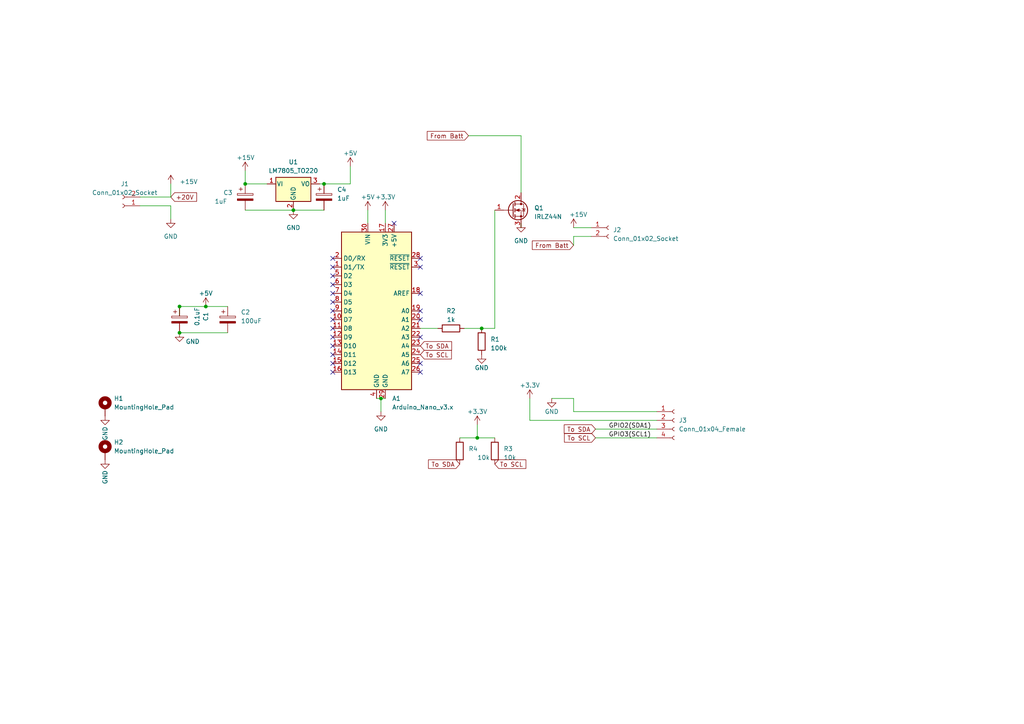
<source format=kicad_sch>
(kicad_sch (version 20230121) (generator eeschema)

  (uuid be6c10f9-d207-41c9-b2f3-686e98b3f49b)

  (paper "A4")

  (lib_symbols
    (symbol "Connector:Conn_01x02_Socket" (pin_names (offset 1.016) hide) (in_bom yes) (on_board yes)
      (property "Reference" "J" (at 0 2.54 0)
        (effects (font (size 1.27 1.27)))
      )
      (property "Value" "Conn_01x02_Socket" (at 0 -5.08 0)
        (effects (font (size 1.27 1.27)))
      )
      (property "Footprint" "" (at 0 0 0)
        (effects (font (size 1.27 1.27)) hide)
      )
      (property "Datasheet" "~" (at 0 0 0)
        (effects (font (size 1.27 1.27)) hide)
      )
      (property "ki_locked" "" (at 0 0 0)
        (effects (font (size 1.27 1.27)))
      )
      (property "ki_keywords" "connector" (at 0 0 0)
        (effects (font (size 1.27 1.27)) hide)
      )
      (property "ki_description" "Generic connector, single row, 01x02, script generated" (at 0 0 0)
        (effects (font (size 1.27 1.27)) hide)
      )
      (property "ki_fp_filters" "Connector*:*_1x??_*" (at 0 0 0)
        (effects (font (size 1.27 1.27)) hide)
      )
      (symbol "Conn_01x02_Socket_1_1"
        (arc (start 0 -2.032) (mid -0.5058 -2.54) (end 0 -3.048)
          (stroke (width 0.1524) (type default))
          (fill (type none))
        )
        (polyline
          (pts
            (xy -1.27 -2.54)
            (xy -0.508 -2.54)
          )
          (stroke (width 0.1524) (type default))
          (fill (type none))
        )
        (polyline
          (pts
            (xy -1.27 0)
            (xy -0.508 0)
          )
          (stroke (width 0.1524) (type default))
          (fill (type none))
        )
        (arc (start 0 0.508) (mid -0.5058 0) (end 0 -0.508)
          (stroke (width 0.1524) (type default))
          (fill (type none))
        )
        (pin passive line (at -5.08 0 0) (length 3.81)
          (name "Pin_1" (effects (font (size 1.27 1.27))))
          (number "1" (effects (font (size 1.27 1.27))))
        )
        (pin passive line (at -5.08 -2.54 0) (length 3.81)
          (name "Pin_2" (effects (font (size 1.27 1.27))))
          (number "2" (effects (font (size 1.27 1.27))))
        )
      )
    )
    (symbol "Connector:Conn_01x04_Female" (pin_names (offset 1.016) hide) (in_bom yes) (on_board yes)
      (property "Reference" "J" (at 0 5.08 0)
        (effects (font (size 1.27 1.27)))
      )
      (property "Value" "Conn_01x04_Female" (at 0 -7.62 0)
        (effects (font (size 1.27 1.27)))
      )
      (property "Footprint" "" (at 0 0 0)
        (effects (font (size 1.27 1.27)) hide)
      )
      (property "Datasheet" "~" (at 0 0 0)
        (effects (font (size 1.27 1.27)) hide)
      )
      (property "ki_keywords" "connector" (at 0 0 0)
        (effects (font (size 1.27 1.27)) hide)
      )
      (property "ki_description" "Generic connector, single row, 01x04, script generated (kicad-library-utils/schlib/autogen/connector/)" (at 0 0 0)
        (effects (font (size 1.27 1.27)) hide)
      )
      (property "ki_fp_filters" "Connector*:*_1x??_*" (at 0 0 0)
        (effects (font (size 1.27 1.27)) hide)
      )
      (symbol "Conn_01x04_Female_1_1"
        (arc (start 0 -4.572) (mid -0.5058 -5.08) (end 0 -5.588)
          (stroke (width 0.1524) (type default))
          (fill (type none))
        )
        (arc (start 0 -2.032) (mid -0.5058 -2.54) (end 0 -3.048)
          (stroke (width 0.1524) (type default))
          (fill (type none))
        )
        (polyline
          (pts
            (xy -1.27 -5.08)
            (xy -0.508 -5.08)
          )
          (stroke (width 0.1524) (type default))
          (fill (type none))
        )
        (polyline
          (pts
            (xy -1.27 -2.54)
            (xy -0.508 -2.54)
          )
          (stroke (width 0.1524) (type default))
          (fill (type none))
        )
        (polyline
          (pts
            (xy -1.27 0)
            (xy -0.508 0)
          )
          (stroke (width 0.1524) (type default))
          (fill (type none))
        )
        (polyline
          (pts
            (xy -1.27 2.54)
            (xy -0.508 2.54)
          )
          (stroke (width 0.1524) (type default))
          (fill (type none))
        )
        (arc (start 0 0.508) (mid -0.5058 0) (end 0 -0.508)
          (stroke (width 0.1524) (type default))
          (fill (type none))
        )
        (arc (start 0 3.048) (mid -0.5058 2.54) (end 0 2.032)
          (stroke (width 0.1524) (type default))
          (fill (type none))
        )
        (pin passive line (at -5.08 2.54 0) (length 3.81)
          (name "Pin_1" (effects (font (size 1.27 1.27))))
          (number "1" (effects (font (size 1.27 1.27))))
        )
        (pin passive line (at -5.08 0 0) (length 3.81)
          (name "Pin_2" (effects (font (size 1.27 1.27))))
          (number "2" (effects (font (size 1.27 1.27))))
        )
        (pin passive line (at -5.08 -2.54 0) (length 3.81)
          (name "Pin_3" (effects (font (size 1.27 1.27))))
          (number "3" (effects (font (size 1.27 1.27))))
        )
        (pin passive line (at -5.08 -5.08 0) (length 3.81)
          (name "Pin_4" (effects (font (size 1.27 1.27))))
          (number "4" (effects (font (size 1.27 1.27))))
        )
      )
    )
    (symbol "Device:C_Polarized" (pin_numbers hide) (pin_names (offset 0.254)) (in_bom yes) (on_board yes)
      (property "Reference" "C" (at 0.635 2.54 0)
        (effects (font (size 1.27 1.27)) (justify left))
      )
      (property "Value" "C_Polarized" (at 0.635 -2.54 0)
        (effects (font (size 1.27 1.27)) (justify left))
      )
      (property "Footprint" "" (at 0.9652 -3.81 0)
        (effects (font (size 1.27 1.27)) hide)
      )
      (property "Datasheet" "~" (at 0 0 0)
        (effects (font (size 1.27 1.27)) hide)
      )
      (property "ki_keywords" "cap capacitor" (at 0 0 0)
        (effects (font (size 1.27 1.27)) hide)
      )
      (property "ki_description" "Polarized capacitor" (at 0 0 0)
        (effects (font (size 1.27 1.27)) hide)
      )
      (property "ki_fp_filters" "CP_*" (at 0 0 0)
        (effects (font (size 1.27 1.27)) hide)
      )
      (symbol "C_Polarized_0_1"
        (rectangle (start -2.286 0.508) (end 2.286 1.016)
          (stroke (width 0) (type default))
          (fill (type none))
        )
        (polyline
          (pts
            (xy -1.778 2.286)
            (xy -0.762 2.286)
          )
          (stroke (width 0) (type default))
          (fill (type none))
        )
        (polyline
          (pts
            (xy -1.27 2.794)
            (xy -1.27 1.778)
          )
          (stroke (width 0) (type default))
          (fill (type none))
        )
        (rectangle (start 2.286 -0.508) (end -2.286 -1.016)
          (stroke (width 0) (type default))
          (fill (type outline))
        )
      )
      (symbol "C_Polarized_1_1"
        (pin passive line (at 0 3.81 270) (length 2.794)
          (name "~" (effects (font (size 1.27 1.27))))
          (number "1" (effects (font (size 1.27 1.27))))
        )
        (pin passive line (at 0 -3.81 90) (length 2.794)
          (name "~" (effects (font (size 1.27 1.27))))
          (number "2" (effects (font (size 1.27 1.27))))
        )
      )
    )
    (symbol "Device:R" (pin_numbers hide) (pin_names (offset 0)) (in_bom yes) (on_board yes)
      (property "Reference" "R" (at 2.032 0 90)
        (effects (font (size 1.27 1.27)))
      )
      (property "Value" "R" (at 0 0 90)
        (effects (font (size 1.27 1.27)))
      )
      (property "Footprint" "" (at -1.778 0 90)
        (effects (font (size 1.27 1.27)) hide)
      )
      (property "Datasheet" "~" (at 0 0 0)
        (effects (font (size 1.27 1.27)) hide)
      )
      (property "ki_keywords" "R res resistor" (at 0 0 0)
        (effects (font (size 1.27 1.27)) hide)
      )
      (property "ki_description" "Resistor" (at 0 0 0)
        (effects (font (size 1.27 1.27)) hide)
      )
      (property "ki_fp_filters" "R_*" (at 0 0 0)
        (effects (font (size 1.27 1.27)) hide)
      )
      (symbol "R_0_1"
        (rectangle (start -1.016 -2.54) (end 1.016 2.54)
          (stroke (width 0.254) (type default))
          (fill (type none))
        )
      )
      (symbol "R_1_1"
        (pin passive line (at 0 3.81 270) (length 1.27)
          (name "~" (effects (font (size 1.27 1.27))))
          (number "1" (effects (font (size 1.27 1.27))))
        )
        (pin passive line (at 0 -3.81 90) (length 1.27)
          (name "~" (effects (font (size 1.27 1.27))))
          (number "2" (effects (font (size 1.27 1.27))))
        )
      )
    )
    (symbol "MCU_Module:Arduino_Nano_v3.x" (in_bom yes) (on_board yes)
      (property "Reference" "A" (at -10.16 23.495 0)
        (effects (font (size 1.27 1.27)) (justify left bottom))
      )
      (property "Value" "Arduino_Nano_v3.x" (at 5.08 -24.13 0)
        (effects (font (size 1.27 1.27)) (justify left top))
      )
      (property "Footprint" "Module:Arduino_Nano" (at 0 0 0)
        (effects (font (size 1.27 1.27) italic) hide)
      )
      (property "Datasheet" "http://www.mouser.com/pdfdocs/Gravitech_Arduino_Nano3_0.pdf" (at 0 0 0)
        (effects (font (size 1.27 1.27)) hide)
      )
      (property "ki_keywords" "Arduino nano microcontroller module USB" (at 0 0 0)
        (effects (font (size 1.27 1.27)) hide)
      )
      (property "ki_description" "Arduino Nano v3.x" (at 0 0 0)
        (effects (font (size 1.27 1.27)) hide)
      )
      (property "ki_fp_filters" "Arduino*Nano*" (at 0 0 0)
        (effects (font (size 1.27 1.27)) hide)
      )
      (symbol "Arduino_Nano_v3.x_0_1"
        (rectangle (start -10.16 22.86) (end 10.16 -22.86)
          (stroke (width 0.254) (type default))
          (fill (type background))
        )
      )
      (symbol "Arduino_Nano_v3.x_1_1"
        (pin bidirectional line (at -12.7 12.7 0) (length 2.54)
          (name "D1/TX" (effects (font (size 1.27 1.27))))
          (number "1" (effects (font (size 1.27 1.27))))
        )
        (pin bidirectional line (at -12.7 -2.54 0) (length 2.54)
          (name "D7" (effects (font (size 1.27 1.27))))
          (number "10" (effects (font (size 1.27 1.27))))
        )
        (pin bidirectional line (at -12.7 -5.08 0) (length 2.54)
          (name "D8" (effects (font (size 1.27 1.27))))
          (number "11" (effects (font (size 1.27 1.27))))
        )
        (pin bidirectional line (at -12.7 -7.62 0) (length 2.54)
          (name "D9" (effects (font (size 1.27 1.27))))
          (number "12" (effects (font (size 1.27 1.27))))
        )
        (pin bidirectional line (at -12.7 -10.16 0) (length 2.54)
          (name "D10" (effects (font (size 1.27 1.27))))
          (number "13" (effects (font (size 1.27 1.27))))
        )
        (pin bidirectional line (at -12.7 -12.7 0) (length 2.54)
          (name "D11" (effects (font (size 1.27 1.27))))
          (number "14" (effects (font (size 1.27 1.27))))
        )
        (pin bidirectional line (at -12.7 -15.24 0) (length 2.54)
          (name "D12" (effects (font (size 1.27 1.27))))
          (number "15" (effects (font (size 1.27 1.27))))
        )
        (pin bidirectional line (at -12.7 -17.78 0) (length 2.54)
          (name "D13" (effects (font (size 1.27 1.27))))
          (number "16" (effects (font (size 1.27 1.27))))
        )
        (pin power_out line (at 2.54 25.4 270) (length 2.54)
          (name "3V3" (effects (font (size 1.27 1.27))))
          (number "17" (effects (font (size 1.27 1.27))))
        )
        (pin input line (at 12.7 5.08 180) (length 2.54)
          (name "AREF" (effects (font (size 1.27 1.27))))
          (number "18" (effects (font (size 1.27 1.27))))
        )
        (pin bidirectional line (at 12.7 0 180) (length 2.54)
          (name "A0" (effects (font (size 1.27 1.27))))
          (number "19" (effects (font (size 1.27 1.27))))
        )
        (pin bidirectional line (at -12.7 15.24 0) (length 2.54)
          (name "D0/RX" (effects (font (size 1.27 1.27))))
          (number "2" (effects (font (size 1.27 1.27))))
        )
        (pin bidirectional line (at 12.7 -2.54 180) (length 2.54)
          (name "A1" (effects (font (size 1.27 1.27))))
          (number "20" (effects (font (size 1.27 1.27))))
        )
        (pin bidirectional line (at 12.7 -5.08 180) (length 2.54)
          (name "A2" (effects (font (size 1.27 1.27))))
          (number "21" (effects (font (size 1.27 1.27))))
        )
        (pin bidirectional line (at 12.7 -7.62 180) (length 2.54)
          (name "A3" (effects (font (size 1.27 1.27))))
          (number "22" (effects (font (size 1.27 1.27))))
        )
        (pin bidirectional line (at 12.7 -10.16 180) (length 2.54)
          (name "A4" (effects (font (size 1.27 1.27))))
          (number "23" (effects (font (size 1.27 1.27))))
        )
        (pin bidirectional line (at 12.7 -12.7 180) (length 2.54)
          (name "A5" (effects (font (size 1.27 1.27))))
          (number "24" (effects (font (size 1.27 1.27))))
        )
        (pin bidirectional line (at 12.7 -15.24 180) (length 2.54)
          (name "A6" (effects (font (size 1.27 1.27))))
          (number "25" (effects (font (size 1.27 1.27))))
        )
        (pin bidirectional line (at 12.7 -17.78 180) (length 2.54)
          (name "A7" (effects (font (size 1.27 1.27))))
          (number "26" (effects (font (size 1.27 1.27))))
        )
        (pin power_out line (at 5.08 25.4 270) (length 2.54)
          (name "+5V" (effects (font (size 1.27 1.27))))
          (number "27" (effects (font (size 1.27 1.27))))
        )
        (pin input line (at 12.7 15.24 180) (length 2.54)
          (name "~{RESET}" (effects (font (size 1.27 1.27))))
          (number "28" (effects (font (size 1.27 1.27))))
        )
        (pin power_in line (at 2.54 -25.4 90) (length 2.54)
          (name "GND" (effects (font (size 1.27 1.27))))
          (number "29" (effects (font (size 1.27 1.27))))
        )
        (pin input line (at 12.7 12.7 180) (length 2.54)
          (name "~{RESET}" (effects (font (size 1.27 1.27))))
          (number "3" (effects (font (size 1.27 1.27))))
        )
        (pin power_in line (at -2.54 25.4 270) (length 2.54)
          (name "VIN" (effects (font (size 1.27 1.27))))
          (number "30" (effects (font (size 1.27 1.27))))
        )
        (pin power_in line (at 0 -25.4 90) (length 2.54)
          (name "GND" (effects (font (size 1.27 1.27))))
          (number "4" (effects (font (size 1.27 1.27))))
        )
        (pin bidirectional line (at -12.7 10.16 0) (length 2.54)
          (name "D2" (effects (font (size 1.27 1.27))))
          (number "5" (effects (font (size 1.27 1.27))))
        )
        (pin bidirectional line (at -12.7 7.62 0) (length 2.54)
          (name "D3" (effects (font (size 1.27 1.27))))
          (number "6" (effects (font (size 1.27 1.27))))
        )
        (pin bidirectional line (at -12.7 5.08 0) (length 2.54)
          (name "D4" (effects (font (size 1.27 1.27))))
          (number "7" (effects (font (size 1.27 1.27))))
        )
        (pin bidirectional line (at -12.7 2.54 0) (length 2.54)
          (name "D5" (effects (font (size 1.27 1.27))))
          (number "8" (effects (font (size 1.27 1.27))))
        )
        (pin bidirectional line (at -12.7 0 0) (length 2.54)
          (name "D6" (effects (font (size 1.27 1.27))))
          (number "9" (effects (font (size 1.27 1.27))))
        )
      )
    )
    (symbol "Mechanical:MountingHole_Pad" (pin_numbers hide) (pin_names (offset 1.016) hide) (in_bom yes) (on_board yes)
      (property "Reference" "H" (at 0 6.35 0)
        (effects (font (size 1.27 1.27)))
      )
      (property "Value" "MountingHole_Pad" (at 0 4.445 0)
        (effects (font (size 1.27 1.27)))
      )
      (property "Footprint" "" (at 0 0 0)
        (effects (font (size 1.27 1.27)) hide)
      )
      (property "Datasheet" "~" (at 0 0 0)
        (effects (font (size 1.27 1.27)) hide)
      )
      (property "ki_keywords" "mounting hole" (at 0 0 0)
        (effects (font (size 1.27 1.27)) hide)
      )
      (property "ki_description" "Mounting Hole with connection" (at 0 0 0)
        (effects (font (size 1.27 1.27)) hide)
      )
      (property "ki_fp_filters" "MountingHole*Pad*" (at 0 0 0)
        (effects (font (size 1.27 1.27)) hide)
      )
      (symbol "MountingHole_Pad_0_1"
        (circle (center 0 1.27) (radius 1.27)
          (stroke (width 1.27) (type default))
          (fill (type none))
        )
      )
      (symbol "MountingHole_Pad_1_1"
        (pin input line (at 0 -2.54 90) (length 2.54)
          (name "1" (effects (font (size 1.27 1.27))))
          (number "1" (effects (font (size 1.27 1.27))))
        )
      )
    )
    (symbol "Regulator_Linear:LM7805_TO220" (pin_names (offset 0.254)) (in_bom yes) (on_board yes)
      (property "Reference" "U" (at -3.81 3.175 0)
        (effects (font (size 1.27 1.27)))
      )
      (property "Value" "LM7805_TO220" (at 0 3.175 0)
        (effects (font (size 1.27 1.27)) (justify left))
      )
      (property "Footprint" "Package_TO_SOT_THT:TO-220-3_Vertical" (at 0 5.715 0)
        (effects (font (size 1.27 1.27) italic) hide)
      )
      (property "Datasheet" "https://www.onsemi.cn/PowerSolutions/document/MC7800-D.PDF" (at 0 -1.27 0)
        (effects (font (size 1.27 1.27)) hide)
      )
      (property "ki_keywords" "Voltage Regulator 1A Positive" (at 0 0 0)
        (effects (font (size 1.27 1.27)) hide)
      )
      (property "ki_description" "Positive 1A 35V Linear Regulator, Fixed Output 5V, TO-220" (at 0 0 0)
        (effects (font (size 1.27 1.27)) hide)
      )
      (property "ki_fp_filters" "TO?220*" (at 0 0 0)
        (effects (font (size 1.27 1.27)) hide)
      )
      (symbol "LM7805_TO220_0_1"
        (rectangle (start -5.08 1.905) (end 5.08 -5.08)
          (stroke (width 0.254) (type default))
          (fill (type background))
        )
      )
      (symbol "LM7805_TO220_1_1"
        (pin power_in line (at -7.62 0 0) (length 2.54)
          (name "VI" (effects (font (size 1.27 1.27))))
          (number "1" (effects (font (size 1.27 1.27))))
        )
        (pin power_in line (at 0 -7.62 90) (length 2.54)
          (name "GND" (effects (font (size 1.27 1.27))))
          (number "2" (effects (font (size 1.27 1.27))))
        )
        (pin power_out line (at 7.62 0 180) (length 2.54)
          (name "VO" (effects (font (size 1.27 1.27))))
          (number "3" (effects (font (size 1.27 1.27))))
        )
      )
    )
    (symbol "Transistor_FET:IRLZ44N" (pin_names hide) (in_bom yes) (on_board yes)
      (property "Reference" "Q" (at 6.35 1.905 0)
        (effects (font (size 1.27 1.27)) (justify left))
      )
      (property "Value" "IRLZ44N" (at 6.35 0 0)
        (effects (font (size 1.27 1.27)) (justify left))
      )
      (property "Footprint" "Package_TO_SOT_THT:TO-220-3_Vertical" (at 6.35 -1.905 0)
        (effects (font (size 1.27 1.27) italic) (justify left) hide)
      )
      (property "Datasheet" "http://www.irf.com/product-info/datasheets/data/irlz44n.pdf" (at 0 0 0)
        (effects (font (size 1.27 1.27)) (justify left) hide)
      )
      (property "ki_keywords" "N-Channel HEXFET MOSFET Logic-Level" (at 0 0 0)
        (effects (font (size 1.27 1.27)) hide)
      )
      (property "ki_description" "47A Id, 55V Vds, 22mOhm Rds Single N-Channel HEXFET Power MOSFET, TO-220AB" (at 0 0 0)
        (effects (font (size 1.27 1.27)) hide)
      )
      (property "ki_fp_filters" "TO?220*" (at 0 0 0)
        (effects (font (size 1.27 1.27)) hide)
      )
      (symbol "IRLZ44N_0_1"
        (polyline
          (pts
            (xy 0.254 0)
            (xy -2.54 0)
          )
          (stroke (width 0) (type default))
          (fill (type none))
        )
        (polyline
          (pts
            (xy 0.254 1.905)
            (xy 0.254 -1.905)
          )
          (stroke (width 0.254) (type default))
          (fill (type none))
        )
        (polyline
          (pts
            (xy 0.762 -1.27)
            (xy 0.762 -2.286)
          )
          (stroke (width 0.254) (type default))
          (fill (type none))
        )
        (polyline
          (pts
            (xy 0.762 0.508)
            (xy 0.762 -0.508)
          )
          (stroke (width 0.254) (type default))
          (fill (type none))
        )
        (polyline
          (pts
            (xy 0.762 2.286)
            (xy 0.762 1.27)
          )
          (stroke (width 0.254) (type default))
          (fill (type none))
        )
        (polyline
          (pts
            (xy 2.54 2.54)
            (xy 2.54 1.778)
          )
          (stroke (width 0) (type default))
          (fill (type none))
        )
        (polyline
          (pts
            (xy 2.54 -2.54)
            (xy 2.54 0)
            (xy 0.762 0)
          )
          (stroke (width 0) (type default))
          (fill (type none))
        )
        (polyline
          (pts
            (xy 0.762 -1.778)
            (xy 3.302 -1.778)
            (xy 3.302 1.778)
            (xy 0.762 1.778)
          )
          (stroke (width 0) (type default))
          (fill (type none))
        )
        (polyline
          (pts
            (xy 1.016 0)
            (xy 2.032 0.381)
            (xy 2.032 -0.381)
            (xy 1.016 0)
          )
          (stroke (width 0) (type default))
          (fill (type outline))
        )
        (polyline
          (pts
            (xy 2.794 0.508)
            (xy 2.921 0.381)
            (xy 3.683 0.381)
            (xy 3.81 0.254)
          )
          (stroke (width 0) (type default))
          (fill (type none))
        )
        (polyline
          (pts
            (xy 3.302 0.381)
            (xy 2.921 -0.254)
            (xy 3.683 -0.254)
            (xy 3.302 0.381)
          )
          (stroke (width 0) (type default))
          (fill (type none))
        )
        (circle (center 1.651 0) (radius 2.794)
          (stroke (width 0.254) (type default))
          (fill (type none))
        )
        (circle (center 2.54 -1.778) (radius 0.254)
          (stroke (width 0) (type default))
          (fill (type outline))
        )
        (circle (center 2.54 1.778) (radius 0.254)
          (stroke (width 0) (type default))
          (fill (type outline))
        )
      )
      (symbol "IRLZ44N_1_1"
        (pin input line (at -5.08 0 0) (length 2.54)
          (name "G" (effects (font (size 1.27 1.27))))
          (number "1" (effects (font (size 1.27 1.27))))
        )
        (pin passive line (at 2.54 5.08 270) (length 2.54)
          (name "D" (effects (font (size 1.27 1.27))))
          (number "2" (effects (font (size 1.27 1.27))))
        )
        (pin passive line (at 2.54 -5.08 90) (length 2.54)
          (name "S" (effects (font (size 1.27 1.27))))
          (number "3" (effects (font (size 1.27 1.27))))
        )
      )
    )
    (symbol "power:+15V" (power) (pin_names (offset 0)) (in_bom yes) (on_board yes)
      (property "Reference" "#PWR" (at 0 -3.81 0)
        (effects (font (size 1.27 1.27)) hide)
      )
      (property "Value" "+15V" (at 0 3.556 0)
        (effects (font (size 1.27 1.27)))
      )
      (property "Footprint" "" (at 0 0 0)
        (effects (font (size 1.27 1.27)) hide)
      )
      (property "Datasheet" "" (at 0 0 0)
        (effects (font (size 1.27 1.27)) hide)
      )
      (property "ki_keywords" "global power" (at 0 0 0)
        (effects (font (size 1.27 1.27)) hide)
      )
      (property "ki_description" "Power symbol creates a global label with name \"+15V\"" (at 0 0 0)
        (effects (font (size 1.27 1.27)) hide)
      )
      (symbol "+15V_0_1"
        (polyline
          (pts
            (xy -0.762 1.27)
            (xy 0 2.54)
          )
          (stroke (width 0) (type default))
          (fill (type none))
        )
        (polyline
          (pts
            (xy 0 0)
            (xy 0 2.54)
          )
          (stroke (width 0) (type default))
          (fill (type none))
        )
        (polyline
          (pts
            (xy 0 2.54)
            (xy 0.762 1.27)
          )
          (stroke (width 0) (type default))
          (fill (type none))
        )
      )
      (symbol "+15V_1_1"
        (pin power_in line (at 0 0 90) (length 0) hide
          (name "+15V" (effects (font (size 1.27 1.27))))
          (number "1" (effects (font (size 1.27 1.27))))
        )
      )
    )
    (symbol "power:+3.3V" (power) (pin_names (offset 0)) (in_bom yes) (on_board yes)
      (property "Reference" "#PWR" (at 0 -3.81 0)
        (effects (font (size 1.27 1.27)) hide)
      )
      (property "Value" "+3.3V" (at 0 3.556 0)
        (effects (font (size 1.27 1.27)))
      )
      (property "Footprint" "" (at 0 0 0)
        (effects (font (size 1.27 1.27)) hide)
      )
      (property "Datasheet" "" (at 0 0 0)
        (effects (font (size 1.27 1.27)) hide)
      )
      (property "ki_keywords" "global power" (at 0 0 0)
        (effects (font (size 1.27 1.27)) hide)
      )
      (property "ki_description" "Power symbol creates a global label with name \"+3.3V\"" (at 0 0 0)
        (effects (font (size 1.27 1.27)) hide)
      )
      (symbol "+3.3V_0_1"
        (polyline
          (pts
            (xy -0.762 1.27)
            (xy 0 2.54)
          )
          (stroke (width 0) (type default))
          (fill (type none))
        )
        (polyline
          (pts
            (xy 0 0)
            (xy 0 2.54)
          )
          (stroke (width 0) (type default))
          (fill (type none))
        )
        (polyline
          (pts
            (xy 0 2.54)
            (xy 0.762 1.27)
          )
          (stroke (width 0) (type default))
          (fill (type none))
        )
      )
      (symbol "+3.3V_1_1"
        (pin power_in line (at 0 0 90) (length 0) hide
          (name "+3.3V" (effects (font (size 1.27 1.27))))
          (number "1" (effects (font (size 1.27 1.27))))
        )
      )
    )
    (symbol "power:+5V" (power) (pin_names (offset 0)) (in_bom yes) (on_board yes)
      (property "Reference" "#PWR" (at 0 -3.81 0)
        (effects (font (size 1.27 1.27)) hide)
      )
      (property "Value" "+5V" (at 0 3.556 0)
        (effects (font (size 1.27 1.27)))
      )
      (property "Footprint" "" (at 0 0 0)
        (effects (font (size 1.27 1.27)) hide)
      )
      (property "Datasheet" "" (at 0 0 0)
        (effects (font (size 1.27 1.27)) hide)
      )
      (property "ki_keywords" "global power" (at 0 0 0)
        (effects (font (size 1.27 1.27)) hide)
      )
      (property "ki_description" "Power symbol creates a global label with name \"+5V\"" (at 0 0 0)
        (effects (font (size 1.27 1.27)) hide)
      )
      (symbol "+5V_0_1"
        (polyline
          (pts
            (xy -0.762 1.27)
            (xy 0 2.54)
          )
          (stroke (width 0) (type default))
          (fill (type none))
        )
        (polyline
          (pts
            (xy 0 0)
            (xy 0 2.54)
          )
          (stroke (width 0) (type default))
          (fill (type none))
        )
        (polyline
          (pts
            (xy 0 2.54)
            (xy 0.762 1.27)
          )
          (stroke (width 0) (type default))
          (fill (type none))
        )
      )
      (symbol "+5V_1_1"
        (pin power_in line (at 0 0 90) (length 0) hide
          (name "+5V" (effects (font (size 1.27 1.27))))
          (number "1" (effects (font (size 1.27 1.27))))
        )
      )
    )
    (symbol "power:GND" (power) (pin_names (offset 0)) (in_bom yes) (on_board yes)
      (property "Reference" "#PWR" (at 0 -6.35 0)
        (effects (font (size 1.27 1.27)) hide)
      )
      (property "Value" "GND" (at 0 -3.81 0)
        (effects (font (size 1.27 1.27)))
      )
      (property "Footprint" "" (at 0 0 0)
        (effects (font (size 1.27 1.27)) hide)
      )
      (property "Datasheet" "" (at 0 0 0)
        (effects (font (size 1.27 1.27)) hide)
      )
      (property "ki_keywords" "global power" (at 0 0 0)
        (effects (font (size 1.27 1.27)) hide)
      )
      (property "ki_description" "Power symbol creates a global label with name \"GND\" , ground" (at 0 0 0)
        (effects (font (size 1.27 1.27)) hide)
      )
      (symbol "GND_0_1"
        (polyline
          (pts
            (xy 0 0)
            (xy 0 -1.27)
            (xy 1.27 -1.27)
            (xy 0 -2.54)
            (xy -1.27 -1.27)
            (xy 0 -1.27)
          )
          (stroke (width 0) (type default))
          (fill (type none))
        )
      )
      (symbol "GND_1_1"
        (pin power_in line (at 0 0 270) (length 0) hide
          (name "GND" (effects (font (size 1.27 1.27))))
          (number "1" (effects (font (size 1.27 1.27))))
        )
      )
    )
  )

  (junction (at 138.43 127) (diameter 0) (color 0 0 0 0)
    (uuid 1d1e3077-1e2e-4869-a881-8cc882e149a4)
  )
  (junction (at 139.7 95.25) (diameter 0) (color 0 0 0 0)
    (uuid 2a1430d2-9a60-4dbf-bb60-3853850d6415)
  )
  (junction (at 52.07 88.9) (diameter 0) (color 0 0 0 0)
    (uuid 2a70e685-5bc6-4030-81e8-ca8579a6e9c0)
  )
  (junction (at 85.09 60.96) (diameter 0) (color 0 0 0 0)
    (uuid 5c8c3e7b-6c35-479c-ba93-01371f9cd6bc)
  )
  (junction (at 110.49 115.57) (diameter 0) (color 0 0 0 0)
    (uuid 703fa8ed-1551-4420-b0e5-703b4d458a41)
  )
  (junction (at 93.98 53.34) (diameter 0) (color 0 0 0 0)
    (uuid 7e79f965-a35d-4c58-812e-e535a397dc06)
  )
  (junction (at 71.12 53.34) (diameter 0) (color 0 0 0 0)
    (uuid b85c93a2-4cdf-4240-ae59-722c7729086e)
  )
  (junction (at 52.07 96.52) (diameter 0) (color 0 0 0 0)
    (uuid d7781698-d680-4cf9-a183-0d8b5e809911)
  )
  (junction (at 59.69 88.9) (diameter 0) (color 0 0 0 0)
    (uuid da7b4f0a-a044-49b2-bf3b-7c783825d953)
  )

  (no_connect (at 121.92 97.79) (uuid 01a9f41f-1936-49e5-90aa-97097f19d21b))
  (no_connect (at 121.92 74.93) (uuid 321abb20-2547-4a1d-a8d0-f534089dae4c))
  (no_connect (at 96.52 95.25) (uuid 328ee899-b440-4d4f-a3f3-009da2dde89b))
  (no_connect (at 96.52 97.79) (uuid 38ff5804-deb2-486c-b597-d7bae2a69e2d))
  (no_connect (at 96.52 92.71) (uuid 56fb15e5-7e3e-40d2-8f47-c3a954657b38))
  (no_connect (at 96.52 82.55) (uuid 64935420-e208-4e02-9abe-d110327b28d1))
  (no_connect (at 96.52 107.95) (uuid 6a102eb9-4468-4066-9d82-8b66ea2e5f69))
  (no_connect (at 96.52 77.47) (uuid 70694ec3-9a75-44fb-b20b-1e4979fdc186))
  (no_connect (at 96.52 74.93) (uuid 71f32ae4-9f63-4b30-ae2e-13b63f11585f))
  (no_connect (at 96.52 100.33) (uuid 7473393f-4329-48ae-9e3d-47919cd605fa))
  (no_connect (at 96.52 105.41) (uuid 7bf5e5ac-0617-4992-a5da-17c288c5a346))
  (no_connect (at 121.92 85.09) (uuid 86c90a89-d940-4044-a197-8570ec68ff39))
  (no_connect (at 96.52 80.01) (uuid 8ab82eef-e730-4154-b58c-9879179c6198))
  (no_connect (at 96.52 102.87) (uuid 903b7151-f028-4d48-914a-1af70db543fe))
  (no_connect (at 121.92 107.95) (uuid 943e9448-351f-4019-bfa7-37720b4d802c))
  (no_connect (at 121.92 92.71) (uuid 94dcabc3-c5b9-4703-bf6c-9a9c5491258a))
  (no_connect (at 121.92 105.41) (uuid a1949827-b848-4876-9fa6-8ccaf1471e64))
  (no_connect (at 121.92 77.47) (uuid abd68fde-53aa-4aab-8cd5-b3d07668ec98))
  (no_connect (at 114.3 64.77) (uuid c0493ce4-6c85-4f8a-8e29-74787b90c777))
  (no_connect (at 121.92 90.17) (uuid c2b2720b-6494-4b70-8645-dfd55552b2bc))
  (no_connect (at 96.52 85.09) (uuid fa928000-c792-43cd-a604-729c66bb20bb))
  (no_connect (at 96.52 87.63) (uuid faa78b95-8932-40ed-827d-779f9751586f))
  (no_connect (at 96.52 90.17) (uuid fc8c836b-32fa-4dfb-9062-fbe4b99d1161))

  (wire (pts (xy 166.37 119.38) (xy 190.5 119.38))
    (stroke (width 0) (type default))
    (uuid 07f00328-6e7f-40db-9e10-5a743a4a1ad4)
  )
  (wire (pts (xy 111.76 60.96) (xy 111.76 64.77))
    (stroke (width 0) (type default))
    (uuid 0962429e-4ba0-488a-bc90-bc7c673b1643)
  )
  (wire (pts (xy 109.22 115.57) (xy 110.49 115.57))
    (stroke (width 0) (type default))
    (uuid 120c2a94-4dbc-4a18-a664-65b4b5721b7d)
  )
  (wire (pts (xy 166.37 115.57) (xy 160.02 115.57))
    (stroke (width 0) (type default))
    (uuid 13a46f6d-2473-40bd-aea2-302461c55ba8)
  )
  (wire (pts (xy 153.67 121.92) (xy 190.5 121.92))
    (stroke (width 0) (type default))
    (uuid 1c5f7b21-e229-4527-a302-e3bb934fc907)
  )
  (wire (pts (xy 110.49 115.57) (xy 110.49 119.38))
    (stroke (width 0) (type default))
    (uuid 29dfc1c3-57e8-4923-a86d-2585f7cde180)
  )
  (wire (pts (xy 52.07 91.44) (xy 52.07 88.9))
    (stroke (width 0) (type default))
    (uuid 378f1035-24b5-448a-acfc-0b8628dd5252)
  )
  (wire (pts (xy 49.53 57.15) (xy 49.53 53.34))
    (stroke (width 0) (type default))
    (uuid 383114f3-76c1-4cdc-b493-8db9bbe1258b)
  )
  (wire (pts (xy 166.37 68.58) (xy 171.45 68.58))
    (stroke (width 0) (type default))
    (uuid 576b6f7d-7b63-4f0f-9203-ec6e9aee7df2)
  )
  (wire (pts (xy 153.67 115.57) (xy 153.67 121.92))
    (stroke (width 0) (type default))
    (uuid 614847ec-3ffd-490e-9416-622204f8fa98)
  )
  (wire (pts (xy 106.68 60.96) (xy 106.68 64.77))
    (stroke (width 0) (type default))
    (uuid 68f6a224-0ea3-4554-b871-db1fc5a5dede)
  )
  (wire (pts (xy 93.98 53.34) (xy 101.6 53.34))
    (stroke (width 0) (type default))
    (uuid 6d50f6c2-9677-43a5-b12e-67aac4f52391)
  )
  (wire (pts (xy 85.09 60.96) (xy 93.98 60.96))
    (stroke (width 0) (type default))
    (uuid 7607c1fb-d18b-4490-92d2-4dbc10e25b62)
  )
  (wire (pts (xy 166.37 71.12) (xy 166.37 68.58))
    (stroke (width 0) (type default))
    (uuid 78e510da-0bd1-4594-8c1d-2f3607062dfc)
  )
  (wire (pts (xy 139.7 95.25) (xy 143.51 95.25))
    (stroke (width 0) (type default))
    (uuid 7e48ebd0-9d65-4e86-a512-f47c95fb68f3)
  )
  (wire (pts (xy 134.62 95.25) (xy 139.7 95.25))
    (stroke (width 0) (type default))
    (uuid 80860a69-394b-4946-9ed4-2a285f683d0e)
  )
  (wire (pts (xy 52.07 96.52) (xy 66.04 96.52))
    (stroke (width 0) (type default))
    (uuid 83247fda-712d-441d-b1d2-b6c1cb4f1479)
  )
  (wire (pts (xy 166.37 119.38) (xy 166.37 115.57))
    (stroke (width 0) (type default))
    (uuid 8673bf34-06e4-4fc2-a1e5-eb56cc103611)
  )
  (wire (pts (xy 133.35 127) (xy 138.43 127))
    (stroke (width 0) (type default))
    (uuid 87581092-f556-4235-9e97-8b76c657ea70)
  )
  (wire (pts (xy 71.12 53.34) (xy 77.47 53.34))
    (stroke (width 0) (type default))
    (uuid 8d4cf047-2e57-4607-b2d4-10f3f8a56ce5)
  )
  (wire (pts (xy 101.6 48.26) (xy 101.6 53.34))
    (stroke (width 0) (type default))
    (uuid 968605e7-86a3-4684-b263-c01ea76a439e)
  )
  (wire (pts (xy 40.64 59.69) (xy 49.53 59.69))
    (stroke (width 0) (type default))
    (uuid 9a9b46d3-eb9a-45a5-97e9-1a3291d98cb7)
  )
  (wire (pts (xy 143.51 60.96) (xy 143.51 95.25))
    (stroke (width 0) (type default))
    (uuid 9b73194a-4ad0-4fd0-880e-50a8d301bbf2)
  )
  (wire (pts (xy 59.69 88.9) (xy 66.04 88.9))
    (stroke (width 0) (type default))
    (uuid a2da913e-935c-4b32-87d6-a91ac151b16f)
  )
  (wire (pts (xy 172.72 127) (xy 190.5 127))
    (stroke (width 0) (type default))
    (uuid ab26cb77-a61a-4c65-b241-d1e7cb6449d5)
  )
  (wire (pts (xy 172.72 124.46) (xy 190.5 124.46))
    (stroke (width 0) (type default))
    (uuid b32ca1e6-12ca-465f-ac92-0bc9e0aa6748)
  )
  (wire (pts (xy 71.12 49.53) (xy 71.12 53.34))
    (stroke (width 0) (type default))
    (uuid b7e0622f-7eb5-435d-b155-e1fcef996fa1)
  )
  (wire (pts (xy 121.92 95.25) (xy 127 95.25))
    (stroke (width 0) (type default))
    (uuid ba3b4e99-01d0-442d-88c4-2ea5eb1b3d6c)
  )
  (wire (pts (xy 110.49 115.57) (xy 111.76 115.57))
    (stroke (width 0) (type default))
    (uuid bacf659a-d13f-406b-9510-9c741c484f05)
  )
  (wire (pts (xy 71.12 60.96) (xy 85.09 60.96))
    (stroke (width 0) (type default))
    (uuid c62926d5-ee0f-45b5-b7d1-440b19a2a86f)
  )
  (wire (pts (xy 52.07 88.9) (xy 59.69 88.9))
    (stroke (width 0) (type default))
    (uuid c7fd4d6e-3a51-42a0-b07d-5f23e65bfd02)
  )
  (wire (pts (xy 49.53 59.69) (xy 49.53 63.5))
    (stroke (width 0) (type default))
    (uuid ce31b8d3-61db-4c68-b77e-6a97022d1275)
  )
  (wire (pts (xy 92.71 53.34) (xy 93.98 53.34))
    (stroke (width 0) (type default))
    (uuid d49882b2-41b6-48f9-b2e2-08c70a84e17e)
  )
  (wire (pts (xy 151.13 66.04) (xy 151.13 64.77))
    (stroke (width 0) (type default))
    (uuid d7cdb557-6db2-4d35-a1de-5f95b85d5a07)
  )
  (wire (pts (xy 40.64 57.15) (xy 49.53 57.15))
    (stroke (width 0) (type default))
    (uuid e46342cf-2827-4f50-95a6-b85bab2f8f47)
  )
  (wire (pts (xy 151.13 55.88) (xy 151.13 39.37))
    (stroke (width 0) (type default))
    (uuid ec3deb73-1240-4aed-9400-7f8177c031c8)
  )
  (wire (pts (xy 138.43 127) (xy 143.51 127))
    (stroke (width 0) (type default))
    (uuid f31b456a-3096-4ac4-a23e-d983f061b03a)
  )
  (wire (pts (xy 138.43 123.19) (xy 138.43 127))
    (stroke (width 0) (type default))
    (uuid f94a604b-9c6a-4514-ac10-871cfff1556b)
  )
  (wire (pts (xy 166.37 66.04) (xy 171.45 66.04))
    (stroke (width 0) (type default))
    (uuid fbf59920-0327-41cd-8d78-40a4afd25062)
  )
  (wire (pts (xy 135.89 39.37) (xy 151.13 39.37))
    (stroke (width 0) (type default))
    (uuid ff0cbd93-9e66-4a9f-a56c-02cc51f2b037)
  )

  (label "GPIO2(SDA1)" (at 176.53 124.46 0) (fields_autoplaced)
    (effects (font (size 1.27 1.27)) (justify left bottom))
    (uuid a1ada122-29d5-4aa3-bb31-12fb50a31556)
  )
  (label "GPIO3(SCL1)" (at 176.53 127 0) (fields_autoplaced)
    (effects (font (size 1.27 1.27)) (justify left bottom))
    (uuid df1224fc-58e0-421b-aa91-ac3e4e62a8aa)
  )

  (global_label "To SDA" (shape input) (at 121.92 100.33 0) (fields_autoplaced)
    (effects (font (size 1.27 1.27)) (justify left))
    (uuid 096e4dcc-0737-4882-b659-c0cc9ddd76cb)
    (property "Intersheetrefs" "${INTERSHEET_REFS}" (at 131.2725 100.33 0)
      (effects (font (size 1.27 1.27)) (justify left) hide)
    )
  )
  (global_label "To SDA" (shape input) (at 172.72 124.46 180) (fields_autoplaced)
    (effects (font (size 1.27 1.27)) (justify right))
    (uuid 31c9a862-0210-443d-9ab1-f76add59e0eb)
    (property "Intersheetrefs" "${INTERSHEET_REFS}" (at 163.3675 124.46 0)
      (effects (font (size 1.27 1.27)) (justify right) hide)
    )
  )
  (global_label "From Batt" (shape input) (at 135.89 39.37 180) (fields_autoplaced)
    (effects (font (size 1.27 1.27)) (justify right))
    (uuid 6fde437a-be52-4406-97ed-b02f5d2c8d57)
    (property "Intersheetrefs" "${INTERSHEET_REFS}" (at 123.6347 39.37 0)
      (effects (font (size 1.27 1.27)) (justify right) hide)
    )
  )
  (global_label "To SCL" (shape input) (at 121.92 102.87 0) (fields_autoplaced)
    (effects (font (size 1.27 1.27)) (justify left))
    (uuid 721a90e4-1086-4ffc-baac-2a8e55499f63)
    (property "Intersheetrefs" "${INTERSHEET_REFS}" (at 131.212 102.87 0)
      (effects (font (size 1.27 1.27)) (justify left) hide)
    )
  )
  (global_label "To SCL" (shape input) (at 172.72 127 180) (fields_autoplaced)
    (effects (font (size 1.27 1.27)) (justify right))
    (uuid 83f54757-7ad9-4f95-9cc6-01c96eba57fd)
    (property "Intersheetrefs" "${INTERSHEET_REFS}" (at 163.428 127 0)
      (effects (font (size 1.27 1.27)) (justify right) hide)
    )
  )
  (global_label "To SCL" (shape input) (at 143.51 134.62 0) (fields_autoplaced)
    (effects (font (size 1.27 1.27)) (justify left))
    (uuid 9534e310-9b40-4c0f-9304-5588274d1a83)
    (property "Intersheetrefs" "${INTERSHEET_REFS}" (at 152.802 134.62 0)
      (effects (font (size 1.27 1.27)) (justify left) hide)
    )
  )
  (global_label "To SDA" (shape input) (at 133.35 134.62 180) (fields_autoplaced)
    (effects (font (size 1.27 1.27)) (justify right))
    (uuid 99cebe05-4094-4b5c-a8c9-9cf35c747797)
    (property "Intersheetrefs" "${INTERSHEET_REFS}" (at 123.9975 134.62 0)
      (effects (font (size 1.27 1.27)) (justify right) hide)
    )
  )
  (global_label "From Batt" (shape input) (at 166.37 71.12 180) (fields_autoplaced)
    (effects (font (size 1.27 1.27)) (justify right))
    (uuid b4a9f30b-b661-41d7-ae37-2b78f1fa515c)
    (property "Intersheetrefs" "${INTERSHEET_REFS}" (at 154.1147 71.12 0)
      (effects (font (size 1.27 1.27)) (justify right) hide)
    )
  )
  (global_label "+20V" (shape input) (at 49.53 57.15 0) (fields_autoplaced)
    (effects (font (size 1.27 1.27)) (justify left))
    (uuid e2cfdb91-1714-4c4d-b5d3-5700ba05383f)
    (property "Intersheetrefs" "${INTERSHEET_REFS}" (at 57.5158 57.15 0)
      (effects (font (size 1.27 1.27)) (justify left) hide)
    )
  )

  (symbol (lib_id "power:+15V") (at 49.53 53.34 0) (unit 1)
    (in_bom yes) (on_board yes) (dnp no) (fields_autoplaced)
    (uuid 107696f4-d101-419b-9580-fe09ad5dc143)
    (property "Reference" "#PWR019" (at 49.53 57.15 0)
      (effects (font (size 1.27 1.27)) hide)
    )
    (property "Value" "+20V" (at 52.07 52.705 0)
      (effects (font (size 1.27 1.27)) (justify left))
    )
    (property "Footprint" "" (at 49.53 53.34 0)
      (effects (font (size 1.27 1.27)) hide)
    )
    (property "Datasheet" "" (at 49.53 53.34 0)
      (effects (font (size 1.27 1.27)) hide)
    )
    (pin "1" (uuid 488dc894-bf80-4485-8a87-0865cde4ca5f))
    (instances
      (project "CPS V2"
        (path "/be6c10f9-d207-41c9-b2f3-686e98b3f49b"
          (reference "#PWR019") (unit 1)
        )
      )
    )
  )

  (symbol (lib_id "power:GND") (at 139.7 102.87 0) (unit 1)
    (in_bom yes) (on_board yes) (dnp no)
    (uuid 108dcd66-2570-4b22-88fe-76789df916e6)
    (property "Reference" "#PWR06" (at 139.7 109.22 0)
      (effects (font (size 1.27 1.27)) hide)
    )
    (property "Value" "GND" (at 139.7 106.68 0)
      (effects (font (size 1.27 1.27)))
    )
    (property "Footprint" "" (at 139.7 102.87 0)
      (effects (font (size 1.27 1.27)))
    )
    (property "Datasheet" "" (at 139.7 102.87 0)
      (effects (font (size 1.27 1.27)))
    )
    (pin "1" (uuid 95eb05cd-d5fb-446c-bfdb-28ea8e0900c6))
    (instances
      (project "Pi Shim I2C"
        (path "/b13cce58-17f6-4ef5-9991-bab9f896056f"
          (reference "#PWR06") (unit 1)
        )
      )
      (project "CPS V2"
        (path "/be6c10f9-d207-41c9-b2f3-686e98b3f49b"
          (reference "#PWR014") (unit 1)
        )
      )
    )
  )

  (symbol (lib_id "power:GND") (at 49.53 63.5 0) (unit 1)
    (in_bom yes) (on_board yes) (dnp no) (fields_autoplaced)
    (uuid 12541542-1866-4fec-8caa-b16e3d10058f)
    (property "Reference" "#PWR09" (at 49.53 69.85 0)
      (effects (font (size 1.27 1.27)) hide)
    )
    (property "Value" "GND" (at 49.53 68.58 0)
      (effects (font (size 1.27 1.27)))
    )
    (property "Footprint" "" (at 49.53 63.5 0)
      (effects (font (size 1.27 1.27)) hide)
    )
    (property "Datasheet" "" (at 49.53 63.5 0)
      (effects (font (size 1.27 1.27)) hide)
    )
    (pin "1" (uuid b3a0656c-8ed4-4eb8-8d3d-c0809c04a370))
    (instances
      (project "CPS V2"
        (path "/be6c10f9-d207-41c9-b2f3-686e98b3f49b"
          (reference "#PWR09") (unit 1)
        )
      )
    )
  )

  (symbol (lib_id "power:+15V") (at 166.37 66.04 0) (unit 1)
    (in_bom yes) (on_board yes) (dnp no)
    (uuid 188eea4e-fda2-44a1-8ff0-906ee014972e)
    (property "Reference" "#PWR08" (at 166.37 69.85 0)
      (effects (font (size 1.27 1.27)) hide)
    )
    (property "Value" "+20V" (at 165.1 62.23 0)
      (effects (font (size 1.27 1.27)) (justify left))
    )
    (property "Footprint" "" (at 166.37 66.04 0)
      (effects (font (size 1.27 1.27)) hide)
    )
    (property "Datasheet" "" (at 166.37 66.04 0)
      (effects (font (size 1.27 1.27)) hide)
    )
    (pin "1" (uuid 83df74dc-2363-4215-9f3d-49feefa747f2))
    (instances
      (project "CPS V2"
        (path "/be6c10f9-d207-41c9-b2f3-686e98b3f49b"
          (reference "#PWR08") (unit 1)
        )
      )
    )
  )

  (symbol (lib_id "Device:C_Polarized") (at 93.98 57.15 0) (unit 1)
    (in_bom yes) (on_board yes) (dnp no)
    (uuid 2011eee6-f677-40b4-b40c-3963af59f8d3)
    (property "Reference" "C5" (at 97.79 54.9909 0)
      (effects (font (size 1.27 1.27)) (justify left))
    )
    (property "Value" "1uF" (at 97.79 57.5309 0)
      (effects (font (size 1.27 1.27)) (justify left))
    )
    (property "Footprint" "Capacitor_THT:CP_Radial_D5.0mm_P2.50mm" (at 94.9452 60.96 0)
      (effects (font (size 1.27 1.27)) hide)
    )
    (property "Datasheet" "~" (at 93.98 57.15 0)
      (effects (font (size 1.27 1.27)) hide)
    )
    (pin "1" (uuid 150de396-86cc-4599-b850-25c4d0d0e134))
    (pin "2" (uuid 18b67ff5-7d0e-4616-aa0c-0f856805cf91))
    (instances
      (project "LEDCube V3"
        (path "/9d6f0f88-3002-42e6-8b4a-29daf2b12a77"
          (reference "C5") (unit 1)
        )
      )
      (project "CPS V2"
        (path "/be6c10f9-d207-41c9-b2f3-686e98b3f49b"
          (reference "C4") (unit 1)
        )
      )
    )
  )

  (symbol (lib_id "power:GND") (at 52.07 96.52 0) (unit 1)
    (in_bom yes) (on_board yes) (dnp no)
    (uuid 21b0aeae-9703-4122-afde-63293b465b87)
    (property "Reference" "#PWR02" (at 52.07 102.87 0)
      (effects (font (size 1.27 1.27)) hide)
    )
    (property "Value" "GND" (at 55.88 99.06 0)
      (effects (font (size 1.27 1.27)))
    )
    (property "Footprint" "" (at 52.07 96.52 0)
      (effects (font (size 1.27 1.27)) hide)
    )
    (property "Datasheet" "" (at 52.07 96.52 0)
      (effects (font (size 1.27 1.27)) hide)
    )
    (pin "1" (uuid 6d61a388-a126-47b3-a76a-f28d34e732d7))
    (instances
      (project "LEDCube V3"
        (path "/9d6f0f88-3002-42e6-8b4a-29daf2b12a77"
          (reference "#PWR02") (unit 1)
        )
      )
      (project "CPS V2"
        (path "/be6c10f9-d207-41c9-b2f3-686e98b3f49b"
          (reference "#PWR015") (unit 1)
        )
      )
    )
  )

  (symbol (lib_id "power:GND") (at 30.48 120.65 0) (unit 1)
    (in_bom yes) (on_board yes) (dnp no)
    (uuid 259fddba-1e42-4a2c-b829-5606580b384d)
    (property "Reference" "#PWR0125" (at 30.48 127 0)
      (effects (font (size 1.27 1.27)) hide)
    )
    (property "Value" "GND" (at 30.48 125.73 90)
      (effects (font (size 1.27 1.27)))
    )
    (property "Footprint" "" (at 30.48 120.65 0)
      (effects (font (size 1.27 1.27)) hide)
    )
    (property "Datasheet" "" (at 30.48 120.65 0)
      (effects (font (size 1.27 1.27)) hide)
    )
    (pin "1" (uuid 87b07516-dc10-4a77-833b-64980346df79))
    (instances
      (project "LEDCube V3"
        (path "/9d6f0f88-3002-42e6-8b4a-29daf2b12a77"
          (reference "#PWR0125") (unit 1)
        )
      )
      (project "CPS V2"
        (path "/be6c10f9-d207-41c9-b2f3-686e98b3f49b"
          (reference "#PWR017") (unit 1)
        )
      )
    )
  )

  (symbol (lib_id "Device:C_Polarized") (at 66.04 92.71 0) (unit 1)
    (in_bom yes) (on_board yes) (dnp no) (fields_autoplaced)
    (uuid 365911a8-5581-4f6f-9361-d64d27babcf7)
    (property "Reference" "C7" (at 69.85 90.5509 0)
      (effects (font (size 1.27 1.27)) (justify left))
    )
    (property "Value" "100uF" (at 69.85 93.0909 0)
      (effects (font (size 1.27 1.27)) (justify left))
    )
    (property "Footprint" "Capacitor_THT:CP_Radial_D5.0mm_P2.50mm" (at 67.0052 96.52 0)
      (effects (font (size 1.27 1.27)) hide)
    )
    (property "Datasheet" "~" (at 66.04 92.71 0)
      (effects (font (size 1.27 1.27)) hide)
    )
    (pin "1" (uuid 705e843a-631b-43b3-8b93-a4b8a45f9f8d))
    (pin "2" (uuid 6cdbd802-907d-48aa-aa19-3daf34f4af22))
    (instances
      (project "LEDCube V3"
        (path "/9d6f0f88-3002-42e6-8b4a-29daf2b12a77"
          (reference "C7") (unit 1)
        )
      )
      (project "CPS V2"
        (path "/be6c10f9-d207-41c9-b2f3-686e98b3f49b"
          (reference "C2") (unit 1)
        )
      )
    )
  )

  (symbol (lib_id "power:+3.3V") (at 153.67 115.57 0) (unit 1)
    (in_bom yes) (on_board yes) (dnp no) (fields_autoplaced)
    (uuid 3cb64032-7fb4-4db3-a07b-7be69826bbdb)
    (property "Reference" "#PWR013" (at 153.67 119.38 0)
      (effects (font (size 1.27 1.27)) hide)
    )
    (property "Value" "+3.3V" (at 153.67 111.76 0)
      (effects (font (size 1.27 1.27)))
    )
    (property "Footprint" "" (at 153.67 115.57 0)
      (effects (font (size 1.27 1.27)) hide)
    )
    (property "Datasheet" "" (at 153.67 115.57 0)
      (effects (font (size 1.27 1.27)) hide)
    )
    (pin "1" (uuid 379808f4-225f-4b84-9241-c01ca6fd366d))
    (instances
      (project "CPS V2"
        (path "/be6c10f9-d207-41c9-b2f3-686e98b3f49b"
          (reference "#PWR013") (unit 1)
        )
      )
    )
  )

  (symbol (lib_id "Device:R") (at 133.35 130.81 180) (unit 1)
    (in_bom yes) (on_board yes) (dnp no)
    (uuid 4254ea9b-299b-456d-b974-9d89f36226f0)
    (property "Reference" "R4" (at 135.89 130.175 0)
      (effects (font (size 1.27 1.27)) (justify right))
    )
    (property "Value" "10k" (at 138.43 132.715 0)
      (effects (font (size 1.27 1.27)) (justify right))
    )
    (property "Footprint" "Resistor_THT:R_Axial_DIN0207_L6.3mm_D2.5mm_P10.16mm_Horizontal" (at 135.128 130.81 90)
      (effects (font (size 1.27 1.27)) hide)
    )
    (property "Datasheet" "~" (at 133.35 130.81 0)
      (effects (font (size 1.27 1.27)) hide)
    )
    (pin "1" (uuid e9719dfe-1f98-40c5-b3e0-784611f0474f))
    (pin "2" (uuid f1b53976-a0ef-4ea1-83d6-031d68e9dc32))
    (instances
      (project "LEDCube V3"
        (path "/9d6f0f88-3002-42e6-8b4a-29daf2b12a77"
          (reference "R4") (unit 1)
        )
      )
      (project "CPS V2"
        (path "/be6c10f9-d207-41c9-b2f3-686e98b3f49b"
          (reference "R4") (unit 1)
        )
      )
    )
  )

  (symbol (lib_id "power:GND") (at 30.48 133.35 0) (unit 1)
    (in_bom yes) (on_board yes) (dnp no)
    (uuid 45ffd36d-8b0a-4cee-91ed-2367c73426d2)
    (property "Reference" "#PWR0126" (at 30.48 139.7 0)
      (effects (font (size 1.27 1.27)) hide)
    )
    (property "Value" "GND" (at 30.48 138.43 90)
      (effects (font (size 1.27 1.27)))
    )
    (property "Footprint" "" (at 30.48 133.35 0)
      (effects (font (size 1.27 1.27)) hide)
    )
    (property "Datasheet" "" (at 30.48 133.35 0)
      (effects (font (size 1.27 1.27)) hide)
    )
    (pin "1" (uuid 19bab9e8-14ce-42d8-a993-99cf9aef84eb))
    (instances
      (project "LEDCube V3"
        (path "/9d6f0f88-3002-42e6-8b4a-29daf2b12a77"
          (reference "#PWR0126") (unit 1)
        )
      )
      (project "CPS V2"
        (path "/be6c10f9-d207-41c9-b2f3-686e98b3f49b"
          (reference "#PWR018") (unit 1)
        )
      )
    )
  )

  (symbol (lib_id "Mechanical:MountingHole_Pad") (at 30.48 118.11 0) (unit 1)
    (in_bom yes) (on_board yes) (dnp no) (fields_autoplaced)
    (uuid 47662404-6865-478d-90ae-1aa2488e0b60)
    (property "Reference" "H1" (at 33.02 115.5699 0)
      (effects (font (size 1.27 1.27)) (justify left))
    )
    (property "Value" "MountingHole_Pad" (at 33.02 118.1099 0)
      (effects (font (size 1.27 1.27)) (justify left))
    )
    (property "Footprint" "MountingHole:MountingHole_2.2mm_M2_Pad" (at 30.48 118.11 0)
      (effects (font (size 1.27 1.27)) hide)
    )
    (property "Datasheet" "~" (at 30.48 118.11 0)
      (effects (font (size 1.27 1.27)) hide)
    )
    (pin "1" (uuid 542698f6-0710-42be-9dbf-3fe528c5552f))
    (instances
      (project "LEDCube V3"
        (path "/9d6f0f88-3002-42e6-8b4a-29daf2b12a77"
          (reference "H1") (unit 1)
        )
      )
      (project "CPS V2"
        (path "/be6c10f9-d207-41c9-b2f3-686e98b3f49b"
          (reference "H1") (unit 1)
        )
      )
    )
  )

  (symbol (lib_id "power:GND") (at 85.09 60.96 0) (unit 1)
    (in_bom yes) (on_board yes) (dnp no) (fields_autoplaced)
    (uuid 4f5d63fb-f12b-462a-bb61-c52579f82ecb)
    (property "Reference" "#PWR07" (at 85.09 67.31 0)
      (effects (font (size 1.27 1.27)) hide)
    )
    (property "Value" "GND" (at 85.09 66.04 0)
      (effects (font (size 1.27 1.27)))
    )
    (property "Footprint" "" (at 85.09 60.96 0)
      (effects (font (size 1.27 1.27)) hide)
    )
    (property "Datasheet" "" (at 85.09 60.96 0)
      (effects (font (size 1.27 1.27)) hide)
    )
    (pin "1" (uuid 6b9893bf-d420-4198-a98c-69718b6b5882))
    (instances
      (project "CPS V2"
        (path "/be6c10f9-d207-41c9-b2f3-686e98b3f49b"
          (reference "#PWR07") (unit 1)
        )
      )
    )
  )

  (symbol (lib_id "power:+15V") (at 71.12 49.53 0) (unit 1)
    (in_bom yes) (on_board yes) (dnp no)
    (uuid 5c264f77-be22-4eef-a549-eaed3a6c3e10)
    (property "Reference" "#PWR02" (at 71.12 53.34 0)
      (effects (font (size 1.27 1.27)) hide)
    )
    (property "Value" "+20V" (at 68.58 45.72 0)
      (effects (font (size 1.27 1.27)) (justify left))
    )
    (property "Footprint" "" (at 71.12 49.53 0)
      (effects (font (size 1.27 1.27)) hide)
    )
    (property "Datasheet" "" (at 71.12 49.53 0)
      (effects (font (size 1.27 1.27)) hide)
    )
    (pin "1" (uuid ca1cafee-85ba-46b0-9eea-76bc02e62426))
    (instances
      (project "CPS V2"
        (path "/be6c10f9-d207-41c9-b2f3-686e98b3f49b"
          (reference "#PWR02") (unit 1)
        )
      )
    )
  )

  (symbol (lib_id "Device:R") (at 139.7 99.06 180) (unit 1)
    (in_bom yes) (on_board yes) (dnp no) (fields_autoplaced)
    (uuid 6021775d-3a8f-4841-95ea-9112dce23c4f)
    (property "Reference" "R4" (at 142.24 98.425 0)
      (effects (font (size 1.27 1.27)) (justify right))
    )
    (property "Value" "100k" (at 142.24 100.965 0)
      (effects (font (size 1.27 1.27)) (justify right))
    )
    (property "Footprint" "Resistor_THT:R_Axial_DIN0207_L6.3mm_D2.5mm_P10.16mm_Horizontal" (at 141.478 99.06 90)
      (effects (font (size 1.27 1.27)) hide)
    )
    (property "Datasheet" "~" (at 139.7 99.06 0)
      (effects (font (size 1.27 1.27)) hide)
    )
    (pin "1" (uuid 1dfbe2df-7736-45f1-9e06-77324f258b76))
    (pin "2" (uuid ccdb1d7b-11f5-4348-9ec8-b8b844caeb01))
    (instances
      (project "LEDCube V3"
        (path "/9d6f0f88-3002-42e6-8b4a-29daf2b12a77"
          (reference "R4") (unit 1)
        )
      )
      (project "CPS V2"
        (path "/be6c10f9-d207-41c9-b2f3-686e98b3f49b"
          (reference "R1") (unit 1)
        )
      )
    )
  )

  (symbol (lib_id "Regulator_Linear:LM7805_TO220") (at 85.09 53.34 0) (unit 1)
    (in_bom yes) (on_board yes) (dnp no) (fields_autoplaced)
    (uuid 6c9a458a-4179-483f-aa71-999a3c1082c6)
    (property "Reference" "U1" (at 85.09 46.99 0)
      (effects (font (size 1.27 1.27)))
    )
    (property "Value" "LM7805_TO220" (at 85.09 49.53 0)
      (effects (font (size 1.27 1.27)))
    )
    (property "Footprint" "Package_TO_SOT_THT:TO-220-3_Vertical" (at 85.09 47.625 0)
      (effects (font (size 1.27 1.27) italic) hide)
    )
    (property "Datasheet" "https://www.onsemi.cn/PowerSolutions/document/MC7800-D.PDF" (at 85.09 54.61 0)
      (effects (font (size 1.27 1.27)) hide)
    )
    (pin "1" (uuid 28b069b7-b044-4d0a-af06-dcdef6ec7641))
    (pin "2" (uuid 2a9249ad-a98b-420f-a6ef-64f1be06e977))
    (pin "3" (uuid a84bcd87-6cf9-4aca-8353-1b5000075c82))
    (instances
      (project "CPS V2"
        (path "/be6c10f9-d207-41c9-b2f3-686e98b3f49b"
          (reference "U1") (unit 1)
        )
      )
    )
  )

  (symbol (lib_id "power:+5V") (at 101.6 48.26 0) (unit 1)
    (in_bom yes) (on_board yes) (dnp no) (fields_autoplaced)
    (uuid 6e1ef079-ef4c-465e-9219-43df1485c70e)
    (property "Reference" "#PWR03" (at 101.6 52.07 0)
      (effects (font (size 1.27 1.27)) hide)
    )
    (property "Value" "+5V" (at 101.6 44.45 0)
      (effects (font (size 1.27 1.27)))
    )
    (property "Footprint" "" (at 101.6 48.26 0)
      (effects (font (size 1.27 1.27)) hide)
    )
    (property "Datasheet" "" (at 101.6 48.26 0)
      (effects (font (size 1.27 1.27)) hide)
    )
    (pin "1" (uuid 4311033b-af2b-4cdd-a3f0-84a28579305f))
    (instances
      (project "CPS V2"
        (path "/be6c10f9-d207-41c9-b2f3-686e98b3f49b"
          (reference "#PWR03") (unit 1)
        )
      )
    )
  )

  (symbol (lib_id "Connector:Conn_01x02_Socket") (at 176.53 66.04 0) (unit 1)
    (in_bom yes) (on_board yes) (dnp no) (fields_autoplaced)
    (uuid 71f0bbb7-1b72-45c8-9752-e50a73494b2b)
    (property "Reference" "J2" (at 177.8 66.675 0)
      (effects (font (size 1.27 1.27)) (justify left))
    )
    (property "Value" "Conn_01x02_Socket" (at 177.8 69.215 0)
      (effects (font (size 1.27 1.27)) (justify left))
    )
    (property "Footprint" "TerminalBlock_MetzConnect:TerminalBlock_MetzConnect_Type094_RT03502HBLU_1x02_P5.00mm_Horizontal" (at 176.53 66.04 0)
      (effects (font (size 1.27 1.27)) hide)
    )
    (property "Datasheet" "~" (at 176.53 66.04 0)
      (effects (font (size 1.27 1.27)) hide)
    )
    (pin "1" (uuid a6a21708-f584-46e4-8933-9a49a9d407b7))
    (pin "2" (uuid 489b1a30-aea6-40fd-9d89-dae4bfc504a9))
    (instances
      (project "CPS V2"
        (path "/be6c10f9-d207-41c9-b2f3-686e98b3f49b"
          (reference "J2") (unit 1)
        )
      )
    )
  )

  (symbol (lib_id "Device:R") (at 130.81 95.25 270) (unit 1)
    (in_bom yes) (on_board yes) (dnp no) (fields_autoplaced)
    (uuid 73424c32-5f73-4d32-8cfb-9bd803801c72)
    (property "Reference" "R4" (at 130.81 90.17 90)
      (effects (font (size 1.27 1.27)))
    )
    (property "Value" "1k" (at 130.81 92.71 90)
      (effects (font (size 1.27 1.27)))
    )
    (property "Footprint" "Resistor_THT:R_Axial_DIN0207_L6.3mm_D2.5mm_P10.16mm_Horizontal" (at 130.81 93.472 90)
      (effects (font (size 1.27 1.27)) hide)
    )
    (property "Datasheet" "~" (at 130.81 95.25 0)
      (effects (font (size 1.27 1.27)) hide)
    )
    (pin "1" (uuid 9f252ed9-bc04-48a6-8753-9563252ed2f4))
    (pin "2" (uuid f1733ad7-1ed4-4ff4-9920-45686e44683e))
    (instances
      (project "LEDCube V3"
        (path "/9d6f0f88-3002-42e6-8b4a-29daf2b12a77"
          (reference "R4") (unit 1)
        )
      )
      (project "CPS V2"
        (path "/be6c10f9-d207-41c9-b2f3-686e98b3f49b"
          (reference "R2") (unit 1)
        )
      )
    )
  )

  (symbol (lib_id "power:GND") (at 110.49 119.38 0) (unit 1)
    (in_bom yes) (on_board yes) (dnp no) (fields_autoplaced)
    (uuid 82b0393d-129a-47e5-a0b0-c0f578510021)
    (property "Reference" "#PWR05" (at 110.49 125.73 0)
      (effects (font (size 1.27 1.27)) hide)
    )
    (property "Value" "GND" (at 110.49 124.46 0)
      (effects (font (size 1.27 1.27)))
    )
    (property "Footprint" "" (at 110.49 119.38 0)
      (effects (font (size 1.27 1.27)) hide)
    )
    (property "Datasheet" "" (at 110.49 119.38 0)
      (effects (font (size 1.27 1.27)) hide)
    )
    (pin "1" (uuid dc011d13-4dc4-45db-92e4-f2e215eefadd))
    (instances
      (project "CPS V2"
        (path "/be6c10f9-d207-41c9-b2f3-686e98b3f49b"
          (reference "#PWR05") (unit 1)
        )
      )
    )
  )

  (symbol (lib_id "MCU_Module:Arduino_Nano_v3.x") (at 109.22 90.17 0) (unit 1)
    (in_bom yes) (on_board yes) (dnp no) (fields_autoplaced)
    (uuid 860cd365-e02b-4677-a18d-dc200bbe5c0e)
    (property "Reference" "A1" (at 113.7159 115.57 0)
      (effects (font (size 1.27 1.27)) (justify left))
    )
    (property "Value" "Arduino_Nano_v3.x" (at 113.7159 118.11 0)
      (effects (font (size 1.27 1.27)) (justify left))
    )
    (property "Footprint" "Module:Arduino_Nano" (at 109.22 90.17 0)
      (effects (font (size 1.27 1.27) italic) hide)
    )
    (property "Datasheet" "http://www.mouser.com/pdfdocs/Gravitech_Arduino_Nano3_0.pdf" (at 109.22 90.17 0)
      (effects (font (size 1.27 1.27)) hide)
    )
    (pin "1" (uuid 0e0cbc0e-0f3c-47c5-930b-98f86d0d7d0d))
    (pin "10" (uuid 932c5b60-80c2-4a6f-bd10-64eeebb55a96))
    (pin "11" (uuid ea6fbbce-05a3-4f5c-95b0-e0789795086d))
    (pin "12" (uuid 38c6b30f-c211-4cdd-9f38-c68521d69b15))
    (pin "13" (uuid 3e7d652a-1aab-447d-bde9-b45add8279be))
    (pin "14" (uuid b631a404-6fce-4a1b-adcc-cfd7af622037))
    (pin "15" (uuid f001d3b5-c377-4796-b93e-be2e133f8f52))
    (pin "16" (uuid 75fe2493-1341-413d-b7b6-0c25a4e82bb8))
    (pin "17" (uuid 61263bb6-012c-4a55-9118-35c3bda2de06))
    (pin "18" (uuid 078dd113-7a38-415b-b8e5-7e24813c20b2))
    (pin "19" (uuid 64584ca5-0cba-445c-86f7-c81e0d07d4c3))
    (pin "2" (uuid c07e56a7-c7e3-4baa-807d-c18ca2afab2e))
    (pin "20" (uuid 82e05f23-8da8-4465-8e24-2753c6ac95cb))
    (pin "21" (uuid aebe84a8-6313-4523-862f-52f317ab8235))
    (pin "22" (uuid 2da03c6e-cb4c-42da-85b7-a0447ae20d0d))
    (pin "23" (uuid 5ab27950-9d1b-4d76-a5b9-e6ec0801e447))
    (pin "24" (uuid 77847d3c-9474-4328-bdf0-32ab73c86e48))
    (pin "25" (uuid 7f4cd9c9-15df-4c8e-8ff7-613f57b76ba9))
    (pin "26" (uuid cf0b1431-c11b-478d-ad64-4f1592abc780))
    (pin "27" (uuid 722e14a3-8d1f-48f9-9912-e9ea9c8cf88b))
    (pin "28" (uuid d12a7dd6-9ea2-4307-a09b-2bc7d4b62a85))
    (pin "29" (uuid 790e730d-908d-40ad-bacd-b77783090cb6))
    (pin "3" (uuid d2c1d926-b466-4ecc-8de5-b98e3afa1d8b))
    (pin "30" (uuid 54c4231b-836b-4940-bae4-acdd9c5459e1))
    (pin "4" (uuid 5c2590e9-c65a-44fa-a916-f3962b3b1520))
    (pin "5" (uuid df1f0d06-b250-487d-8f32-0520479c2eca))
    (pin "6" (uuid 1df1ef51-e159-4e02-9c30-f95709da3298))
    (pin "7" (uuid 21b37609-d69f-4ce8-99e8-fb00fa1a6226))
    (pin "8" (uuid 33f1a990-7f28-4190-a19c-aac28e2fb5ed))
    (pin "9" (uuid 04780b51-bd34-491a-980a-df54afcba235))
    (instances
      (project "CPS V2"
        (path "/be6c10f9-d207-41c9-b2f3-686e98b3f49b"
          (reference "A1") (unit 1)
        )
      )
    )
  )

  (symbol (lib_id "Device:C_Polarized") (at 52.07 92.71 0) (unit 1)
    (in_bom yes) (on_board yes) (dnp no)
    (uuid 8731ee1d-1335-474e-8603-e2e9dc2cf543)
    (property "Reference" "C6" (at 59.69 91.821 90)
      (effects (font (size 1.27 1.27)))
    )
    (property "Value" "0.1uF" (at 57.15 91.821 90)
      (effects (font (size 1.27 1.27)))
    )
    (property "Footprint" "User_Library:C_Disc_D3.0mm_W1.6mm_P2.50mm" (at 53.0352 96.52 0)
      (effects (font (size 1.27 1.27)) hide)
    )
    (property "Datasheet" "~" (at 52.07 92.71 0)
      (effects (font (size 1.27 1.27)) hide)
    )
    (pin "1" (uuid 1abdefe4-0eb8-412a-9443-cbace7748bc0))
    (pin "2" (uuid ddb3ec20-4611-4533-9c5f-39ea8d9ca185))
    (instances
      (project "LEDCube V3"
        (path "/9d6f0f88-3002-42e6-8b4a-29daf2b12a77"
          (reference "C6") (unit 1)
        )
      )
      (project "CPS V2"
        (path "/be6c10f9-d207-41c9-b2f3-686e98b3f49b"
          (reference "C1") (unit 1)
        )
      )
    )
  )

  (symbol (lib_id "power:GND") (at 160.02 115.57 0) (unit 1)
    (in_bom yes) (on_board yes) (dnp no)
    (uuid 8be3c728-f577-461d-8f4c-341423fb221a)
    (property "Reference" "#PWR06" (at 160.02 121.92 0)
      (effects (font (size 1.27 1.27)) hide)
    )
    (property "Value" "GND" (at 160.02 119.38 0)
      (effects (font (size 1.27 1.27)))
    )
    (property "Footprint" "" (at 160.02 115.57 0)
      (effects (font (size 1.27 1.27)))
    )
    (property "Datasheet" "" (at 160.02 115.57 0)
      (effects (font (size 1.27 1.27)))
    )
    (pin "1" (uuid 7cddadcc-a13a-478a-99a8-67b097bc03b6))
    (instances
      (project "Pi Shim I2C"
        (path "/b13cce58-17f6-4ef5-9991-bab9f896056f"
          (reference "#PWR06") (unit 1)
        )
      )
      (project "CPS V2"
        (path "/be6c10f9-d207-41c9-b2f3-686e98b3f49b"
          (reference "#PWR012") (unit 1)
        )
      )
    )
  )

  (symbol (lib_id "power:+5V") (at 59.69 88.9 0) (unit 1)
    (in_bom yes) (on_board yes) (dnp no) (fields_autoplaced)
    (uuid 9176ffde-49ab-4ebb-a213-2c8597b10313)
    (property "Reference" "#PWR016" (at 59.69 92.71 0)
      (effects (font (size 1.27 1.27)) hide)
    )
    (property "Value" "+5V" (at 59.69 85.09 0)
      (effects (font (size 1.27 1.27)))
    )
    (property "Footprint" "" (at 59.69 88.9 0)
      (effects (font (size 1.27 1.27)) hide)
    )
    (property "Datasheet" "" (at 59.69 88.9 0)
      (effects (font (size 1.27 1.27)) hide)
    )
    (pin "1" (uuid 8625847d-d38a-4881-8f75-6bd2e181ca6d))
    (instances
      (project "CPS V2"
        (path "/be6c10f9-d207-41c9-b2f3-686e98b3f49b"
          (reference "#PWR016") (unit 1)
        )
      )
    )
  )

  (symbol (lib_id "Transistor_FET:IRLZ44N") (at 148.59 60.96 0) (unit 1)
    (in_bom yes) (on_board yes) (dnp no) (fields_autoplaced)
    (uuid 94602f99-2603-41b1-b93b-15e3483a56ac)
    (property "Reference" "Q1" (at 154.94 60.325 0)
      (effects (font (size 1.27 1.27)) (justify left))
    )
    (property "Value" "IRLZ44N" (at 154.94 62.865 0)
      (effects (font (size 1.27 1.27)) (justify left))
    )
    (property "Footprint" "Package_TO_SOT_THT:TO-220-3_Vertical" (at 154.94 62.865 0)
      (effects (font (size 1.27 1.27) italic) (justify left) hide)
    )
    (property "Datasheet" "http://www.irf.com/product-info/datasheets/data/irlz44n.pdf" (at 148.59 60.96 0)
      (effects (font (size 1.27 1.27)) (justify left) hide)
    )
    (pin "1" (uuid fa48517d-ba06-480c-b71e-c0870fd4688f))
    (pin "2" (uuid b960d8a1-2e84-428f-8839-804feb18fade))
    (pin "3" (uuid 33c8e10a-42ca-4eeb-9174-7d6dbd25f40b))
    (instances
      (project "CPS V2"
        (path "/be6c10f9-d207-41c9-b2f3-686e98b3f49b"
          (reference "Q1") (unit 1)
        )
      )
    )
  )

  (symbol (lib_id "Connector:Conn_01x04_Female") (at 195.58 121.92 0) (unit 1)
    (in_bom yes) (on_board yes) (dnp no) (fields_autoplaced)
    (uuid 968dce22-377a-45c1-baf6-92adc1f468f5)
    (property "Reference" "J1" (at 196.85 121.9199 0)
      (effects (font (size 1.27 1.27)) (justify left))
    )
    (property "Value" "Conn_01x04_Female" (at 196.85 124.4599 0)
      (effects (font (size 1.27 1.27)) (justify left))
    )
    (property "Footprint" "Connector_JST:JST_SH_SM04B-SRSS-TB_1x04-1MP_P1.00mm_Horizontal" (at 195.58 121.92 0)
      (effects (font (size 1.27 1.27)) hide)
    )
    (property "Datasheet" "~" (at 195.58 121.92 0)
      (effects (font (size 1.27 1.27)) hide)
    )
    (pin "1" (uuid 1fe0b3ce-ef58-4be3-8425-00a091ae8d4a))
    (pin "2" (uuid 27c78bb9-a3bc-442d-83f3-1a586cb2c68b))
    (pin "3" (uuid 7195215a-fabd-4a35-b528-8ea66c0d0f75))
    (pin "4" (uuid c1ce6022-9417-44f0-a36c-3fe24f491b5a))
    (instances
      (project "Pi Shim I2C"
        (path "/b13cce58-17f6-4ef5-9991-bab9f896056f"
          (reference "J1") (unit 1)
        )
      )
      (project "CPS V2"
        (path "/be6c10f9-d207-41c9-b2f3-686e98b3f49b"
          (reference "J3") (unit 1)
        )
      )
    )
  )

  (symbol (lib_id "power:GND") (at 151.13 64.77 0) (mirror y) (unit 1)
    (in_bom yes) (on_board yes) (dnp no)
    (uuid 96cf85db-2105-478a-ac57-d7be1f37eb6d)
    (property "Reference" "#PWR01" (at 151.13 71.12 0)
      (effects (font (size 1.27 1.27)) hide)
    )
    (property "Value" "GND" (at 151.13 69.85 0)
      (effects (font (size 1.27 1.27)))
    )
    (property "Footprint" "" (at 151.13 64.77 0)
      (effects (font (size 1.27 1.27)) hide)
    )
    (property "Datasheet" "" (at 151.13 64.77 0)
      (effects (font (size 1.27 1.27)) hide)
    )
    (pin "1" (uuid 08bc5c37-bbc8-4d76-a842-4066134fd321))
    (instances
      (project "CPS V2"
        (path "/be6c10f9-d207-41c9-b2f3-686e98b3f49b"
          (reference "#PWR01") (unit 1)
        )
      )
    )
  )

  (symbol (lib_id "Device:R") (at 143.51 130.81 180) (unit 1)
    (in_bom yes) (on_board yes) (dnp no) (fields_autoplaced)
    (uuid 97e0505f-0c1b-4600-89f8-e451fabbac57)
    (property "Reference" "R4" (at 146.05 130.175 0)
      (effects (font (size 1.27 1.27)) (justify right))
    )
    (property "Value" "10k" (at 146.05 132.715 0)
      (effects (font (size 1.27 1.27)) (justify right))
    )
    (property "Footprint" "Resistor_THT:R_Axial_DIN0207_L6.3mm_D2.5mm_P10.16mm_Horizontal" (at 145.288 130.81 90)
      (effects (font (size 1.27 1.27)) hide)
    )
    (property "Datasheet" "~" (at 143.51 130.81 0)
      (effects (font (size 1.27 1.27)) hide)
    )
    (pin "1" (uuid e0e13911-e12e-4712-922b-cee748cfdd77))
    (pin "2" (uuid 7a728056-c2aa-4204-a2e4-191eddea1406))
    (instances
      (project "LEDCube V3"
        (path "/9d6f0f88-3002-42e6-8b4a-29daf2b12a77"
          (reference "R4") (unit 1)
        )
      )
      (project "CPS V2"
        (path "/be6c10f9-d207-41c9-b2f3-686e98b3f49b"
          (reference "R3") (unit 1)
        )
      )
    )
  )

  (symbol (lib_id "Mechanical:MountingHole_Pad") (at 30.48 130.81 0) (unit 1)
    (in_bom yes) (on_board yes) (dnp no) (fields_autoplaced)
    (uuid 999264d4-82d1-4f7d-bd65-f68d488e2649)
    (property "Reference" "H2" (at 33.02 128.2699 0)
      (effects (font (size 1.27 1.27)) (justify left))
    )
    (property "Value" "MountingHole_Pad" (at 33.02 130.8099 0)
      (effects (font (size 1.27 1.27)) (justify left))
    )
    (property "Footprint" "MountingHole:MountingHole_2.2mm_M2_Pad" (at 30.48 130.81 0)
      (effects (font (size 1.27 1.27)) hide)
    )
    (property "Datasheet" "~" (at 30.48 130.81 0)
      (effects (font (size 1.27 1.27)) hide)
    )
    (pin "1" (uuid 249727af-bb43-4bb1-a568-c9e2098d1471))
    (instances
      (project "LEDCube V3"
        (path "/9d6f0f88-3002-42e6-8b4a-29daf2b12a77"
          (reference "H2") (unit 1)
        )
      )
      (project "CPS V2"
        (path "/be6c10f9-d207-41c9-b2f3-686e98b3f49b"
          (reference "H2") (unit 1)
        )
      )
    )
  )

  (symbol (lib_id "power:+3.3V") (at 138.43 123.19 0) (unit 1)
    (in_bom yes) (on_board yes) (dnp no) (fields_autoplaced)
    (uuid b3e7a29d-b3fa-4d5b-a0c6-0083c27baffd)
    (property "Reference" "#PWR06" (at 138.43 127 0)
      (effects (font (size 1.27 1.27)) hide)
    )
    (property "Value" "+3.3V" (at 138.43 119.38 0)
      (effects (font (size 1.27 1.27)))
    )
    (property "Footprint" "" (at 138.43 123.19 0)
      (effects (font (size 1.27 1.27)) hide)
    )
    (property "Datasheet" "" (at 138.43 123.19 0)
      (effects (font (size 1.27 1.27)) hide)
    )
    (pin "1" (uuid a735c003-6150-48a0-926b-6dd5c3f8cf33))
    (instances
      (project "CPS V2"
        (path "/be6c10f9-d207-41c9-b2f3-686e98b3f49b"
          (reference "#PWR06") (unit 1)
        )
      )
    )
  )

  (symbol (lib_id "Device:C_Polarized") (at 71.12 57.15 0) (unit 1)
    (in_bom yes) (on_board yes) (dnp no)
    (uuid b4f4bc05-adf7-404d-9b8c-a8783c6794cc)
    (property "Reference" "C5" (at 64.77 55.88 0)
      (effects (font (size 1.27 1.27)) (justify left))
    )
    (property "Value" "1uF" (at 62.23 58.42 0)
      (effects (font (size 1.27 1.27)) (justify left))
    )
    (property "Footprint" "Capacitor_THT:CP_Radial_D5.0mm_P2.50mm" (at 72.0852 60.96 0)
      (effects (font (size 1.27 1.27)) hide)
    )
    (property "Datasheet" "~" (at 71.12 57.15 0)
      (effects (font (size 1.27 1.27)) hide)
    )
    (pin "1" (uuid b0c68dcf-dc44-4efc-8471-4d87a1085022))
    (pin "2" (uuid 13d38362-6226-4352-b1fc-6bdcf5c0bfb6))
    (instances
      (project "LEDCube V3"
        (path "/9d6f0f88-3002-42e6-8b4a-29daf2b12a77"
          (reference "C5") (unit 1)
        )
      )
      (project "CPS V2"
        (path "/be6c10f9-d207-41c9-b2f3-686e98b3f49b"
          (reference "C3") (unit 1)
        )
      )
    )
  )

  (symbol (lib_id "power:+3.3V") (at 111.76 60.96 0) (unit 1)
    (in_bom yes) (on_board yes) (dnp no) (fields_autoplaced)
    (uuid b628457f-32fd-4207-88b7-35040bd8d902)
    (property "Reference" "#PWR011" (at 111.76 64.77 0)
      (effects (font (size 1.27 1.27)) hide)
    )
    (property "Value" "+3.3V" (at 111.76 57.15 0)
      (effects (font (size 1.27 1.27)))
    )
    (property "Footprint" "" (at 111.76 60.96 0)
      (effects (font (size 1.27 1.27)) hide)
    )
    (property "Datasheet" "" (at 111.76 60.96 0)
      (effects (font (size 1.27 1.27)) hide)
    )
    (pin "1" (uuid 15d95c05-aed3-48f3-92c0-abd1c4a8a167))
    (instances
      (project "CPS V2"
        (path "/be6c10f9-d207-41c9-b2f3-686e98b3f49b"
          (reference "#PWR011") (unit 1)
        )
      )
    )
  )

  (symbol (lib_id "power:+5V") (at 106.68 60.96 0) (unit 1)
    (in_bom yes) (on_board yes) (dnp no) (fields_autoplaced)
    (uuid c4e00cfc-9ec6-4f0d-abb2-93ec61fae146)
    (property "Reference" "#PWR04" (at 106.68 64.77 0)
      (effects (font (size 1.27 1.27)) hide)
    )
    (property "Value" "+5V" (at 106.68 57.15 0)
      (effects (font (size 1.27 1.27)))
    )
    (property "Footprint" "" (at 106.68 60.96 0)
      (effects (font (size 1.27 1.27)) hide)
    )
    (property "Datasheet" "" (at 106.68 60.96 0)
      (effects (font (size 1.27 1.27)) hide)
    )
    (pin "1" (uuid c003d057-d782-4777-be44-75e7d71148a1))
    (instances
      (project "CPS V2"
        (path "/be6c10f9-d207-41c9-b2f3-686e98b3f49b"
          (reference "#PWR04") (unit 1)
        )
      )
    )
  )

  (symbol (lib_id "Connector:Conn_01x02_Socket") (at 35.56 59.69 180) (unit 1)
    (in_bom yes) (on_board yes) (dnp no) (fields_autoplaced)
    (uuid f49e5e4a-9770-4722-9ab1-9f7d651f6a99)
    (property "Reference" "J1" (at 36.195 53.34 0)
      (effects (font (size 1.27 1.27)))
    )
    (property "Value" "Conn_01x02_Socket" (at 36.195 55.88 0)
      (effects (font (size 1.27 1.27)))
    )
    (property "Footprint" "TerminalBlock_MetzConnect:TerminalBlock_MetzConnect_Type094_RT03502HBLU_1x02_P5.00mm_Horizontal" (at 35.56 59.69 0)
      (effects (font (size 1.27 1.27)) hide)
    )
    (property "Datasheet" "~" (at 35.56 59.69 0)
      (effects (font (size 1.27 1.27)) hide)
    )
    (pin "1" (uuid 4e8c67fc-c675-4730-b4cd-81163ace7694))
    (pin "2" (uuid a087ee68-dee3-4637-a16b-850457a5f3a1))
    (instances
      (project "CPS V2"
        (path "/be6c10f9-d207-41c9-b2f3-686e98b3f49b"
          (reference "J1") (unit 1)
        )
      )
    )
  )

  (sheet_instances
    (path "/" (page "1"))
  )
)

</source>
